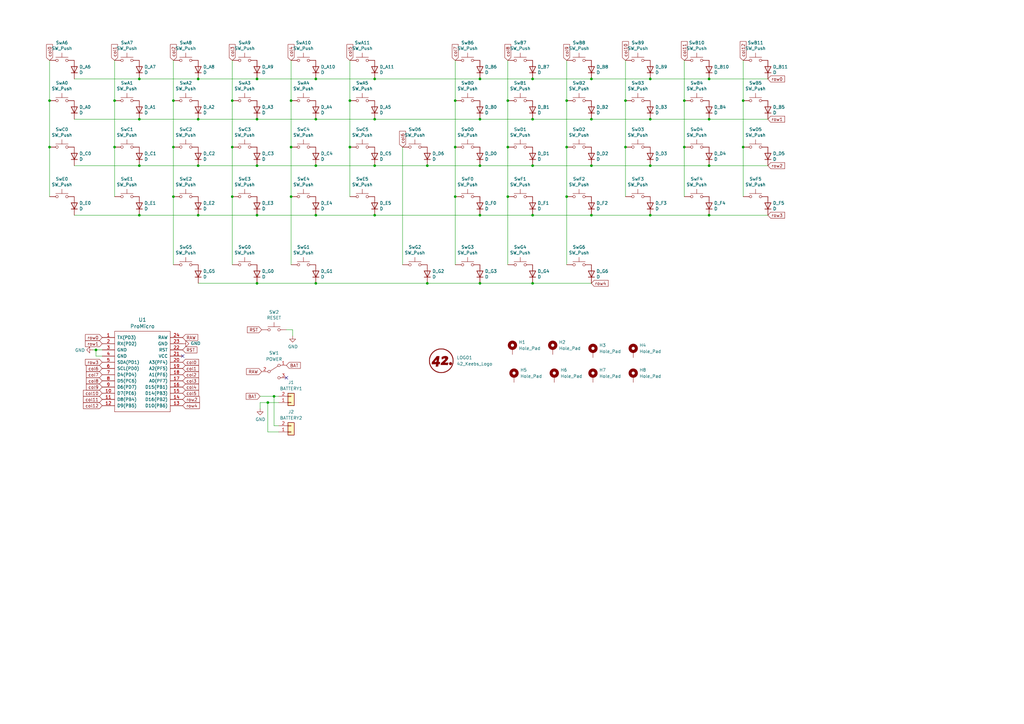
<source format=kicad_sch>
(kicad_sch (version 20211123) (generator eeschema)
  (paper "A3")
  (title_block (title "rev41lp") (date "2021-04-01") (rev "0.2") (company "B_sides"))
  (lib_symbols
    (symbol "42keebs:42_Keebs_Logo" (pin_names (offset 1.016))
      (property "Reference" "LOGO?" (at 0 6.604 0))
      (property "Value" "42_Keebs_Logo" (at 0 -6.858 0))
    )
    (symbol "Connector_Generic:Conn_01x02" (pin_names (offset 1.016) hide)
      (property "Reference" "J" (at 0 2.54 0))
      (property "Value" "Conn_01x02" (at 0 -5.08 0))
      (symbol "Conn_01x02_1_1"
        (pin passive line (at -5.08 0 0) (length 3.81) (name "Pin_1") (number "1"))
        (pin passive line (at -5.08 -2.54 0) (length 3.81) (name "Pin_2") (number "2"))
      )
    )
    (symbol "Device:D" (pin_numbers hide) (pin_names (offset 1.016) hide)
      (property "Reference" "D" (at 0 2.54 0))
      (property "Value" "D" (at 0 -2.54 0))
      (symbol "D_1_1"
        (pin passive line (at -3.81 0 0) (length 2.54) (name "K") (number "1"))
        (pin passive line (at 3.81 0 180) (length 2.54) (name "A") (number "2"))
      )
    )
    (symbol "Lily58_Pro-rescue:ProMicro_2-Lily58-cache" (pin_names (offset 1.016))
      (property "Reference" "U" (at 0 17.78 0))
      (property "Value" "ProMicro_2-Lily58-cache" (at 0 -17.78 0))
      (symbol "ProMicro_2-Lily58-cache_1_1"
        (pin input line (at -16.51 13.97 0) (length 5.08) (name "TX(PD3)") (number "1"))
        (pin input line (at -16.51 -8.89 0) (length 5.08) (name "D7(PE6)") (number "10"))
        (pin input line (at -16.51 -11.43 0) (length 5.08) (name "D8(PB4)") (number "11"))
        (pin input line (at -16.51 -13.97 0) (length 5.08) (name "D9(PB5)") (number "12"))
        (pin input line (at 16.51 -13.97 180) (length 5.08) (name "D10(PB6)") (number "13"))
        (pin input line (at 16.51 -11.43 180) (length 5.08) (name "D16(PB2)") (number "14"))
        (pin input line (at 16.51 -8.89 180) (length 5.08) (name "D14(PB3)") (number "15"))
        (pin input line (at 16.51 -6.35 180) (length 5.08) (name "D15(PB1)") (number "16"))
        (pin input line (at 16.51 -3.81 180) (length 5.08) (name "A0(PF7)") (number "17"))
        (pin input line (at 16.51 -1.27 180) (length 5.08) (name "A1(PF6)") (number "18"))
        (pin input line (at 16.51 1.27 180) (length 5.08) (name "A2(PF5)") (number "19"))
        (pin input line (at -16.51 11.43 0) (length 5.08) (name "RX(PD2)") (number "2"))
        (pin input line (at 16.51 3.81 180) (length 5.08) (name "A3(PF4)") (number "20"))
        (pin input line (at 16.51 6.35 180) (length 5.08) (name "VCC") (number "21"))
        (pin input line (at 16.51 8.89 180) (length 5.08) (name "RST") (number "22"))
        (pin input line (at 16.51 11.43 180) (length 5.08) (name "GND") (number "23"))
        (pin input line (at 16.51 13.97 180) (length 5.08) (name "RAW") (number "24"))
        (pin input line (at -16.51 8.89 0) (length 5.08) (name "GND") (number "3"))
        (pin input line (at -16.51 6.35 0) (length 5.08) (name "GND") (number "4"))
        (pin input line (at -16.51 3.81 0) (length 5.08) (name "SDA(PD1)") (number "5"))
        (pin input line (at -16.51 1.27 0) (length 5.08) (name "SCL(PD0)") (number "6"))
        (pin input line (at -16.51 -1.27 0) (length 5.08) (name "D4(PD4)") (number "7"))
        (pin input line (at -16.51 -3.81 0) (length 5.08) (name "D5(PC6)") (number "8"))
        (pin input line (at -16.51 -6.35 0) (length 5.08) (name "D6(PD7)") (number "9"))
      )
    )
    (symbol "Switch:SW_Push" (pin_numbers hide) (pin_names (offset 1.016) hide)
      (property "Reference" "SW" (at 1.27 2.54 0))
      (property "Value" "SW_Push" (at 0 -1.524 0))
      (symbol "SW_Push_0_1"
        (pin passive line (at -5.08 0 0) (length 2.54) (name "1") (number "1"))
        (pin passive line (at 5.08 0 180) (length 2.54) (name "2") (number "2"))
      )
    )
    (symbol "Switch:SW_SPDT" (pin_names (offset 0) hide)
      (property "Reference" "SW" (at 0 4.318 0))
      (property "Value" "SW_SPDT" (at 0 -5.08 0))
      (symbol "SW_SPDT_1_1"
        (pin passive line (at 5.08 2.54 180) (length 2.54) (name "A") (number "1"))
        (pin passive line (at -5.08 0 0) (length 2.54) (name "B") (number "2"))
        (pin passive line (at 5.08 -2.54 180) (length 2.54) (name "C") (number "3"))
      )
    )
    (symbol "horizon-components:Hole_Pad" (pin_numbers hide) (pin_names (offset 1.016) hide)
      (property "Reference" "H" (at 0 6.35 0))
      (property "Value" "Hole_Pad" (at 0 4.445 0))
      (symbol "Hole_Pad_1_1"
        (pin input line (at 0 -2.54 90) (length 2.54) (name "1") (number "1"))
      )
    )
    (symbol "power:GND" (power) (pin_names (offset 0))
      (property "Value" "GND" (at 0 -3.81 0))
      (symbol "GND_1_1"
        (pin power_in line (at 0 0 270) (length 0) hide (name "GND") (number "1"))
      )
    )
  )
  (junction (at 153.67 48.895))
  (junction (at 119.38 60.325))
  (junction (at 71.12 41.275))
  (junction (at 46.99 41.275))
  (junction (at 81.28 88.265))
  (junction (at 119.38 80.645))
  (junction (at 304.8 60.325))
  (junction (at 304.8 41.275))
  (junction (at 105.41 67.945))
  (junction (at 290.83 67.945))
  (junction (at 95.25 80.645))
  (junction (at 186.69 60.325))
  (junction (at 196.85 48.895))
  (junction (at 129.54 32.385))
  (junction (at 218.44 116.205))
  (junction (at 81.28 32.385))
  (junction (at 280.67 41.275))
  (junction (at 242.57 88.265))
  (junction (at 266.7 88.265))
  (junction (at 256.54 41.275))
  (junction (at 266.7 32.385))
  (junction (at 290.83 48.895))
  (junction (at 129.54 67.945))
  (junction (at 208.28 80.645))
  (junction (at 129.54 48.895))
  (junction (at 232.41 80.645))
  (junction (at 129.54 116.205))
  (junction (at 196.85 88.265))
  (junction (at 57.15 88.265))
  (junction (at 57.15 48.895))
  (junction (at 105.41 48.895))
  (junction (at 105.41 88.265))
  (junction (at 153.67 32.385))
  (junction (at 186.69 41.275))
  (junction (at 143.51 41.275))
  (junction (at 175.26 67.945))
  (junction (at 208.28 41.275))
  (junction (at 39.37 143.51))
  (junction (at 232.41 41.275))
  (junction (at 256.54 60.325))
  (junction (at 242.57 67.945))
  (junction (at 218.44 32.385))
  (junction (at 208.28 60.325))
  (junction (at 20.32 41.275))
  (junction (at 20.32 60.325))
  (junction (at 196.85 67.945))
  (junction (at 81.28 67.945))
  (junction (at 175.26 116.205))
  (junction (at 186.69 80.645))
  (junction (at 112.395 162.56))
  (junction (at 81.28 48.895))
  (junction (at 196.85 116.205))
  (junction (at 153.67 88.265))
  (junction (at 46.99 60.325))
  (junction (at 57.15 32.385))
  (junction (at 57.15 67.945))
  (junction (at 218.44 88.265))
  (junction (at 153.67 67.945))
  (junction (at 143.51 60.325))
  (junction (at 129.54 88.265))
  (junction (at 232.41 60.325))
  (junction (at 266.7 48.895))
  (junction (at 218.44 48.895))
  (junction (at 266.7 67.945))
  (junction (at 290.83 32.385))
  (junction (at 109.855 165.1))
  (junction (at 290.83 88.265))
  (junction (at 95.25 60.325))
  (junction (at 71.12 80.645))
  (junction (at 196.85 32.385))
  (junction (at 242.57 48.895))
  (junction (at 218.44 67.945))
  (junction (at 242.57 32.385))
  (junction (at 105.41 32.385))
  (junction (at 105.41 116.205))
  (junction (at 119.38 41.275))
  (junction (at 95.25 41.275))
  (junction (at 280.67 60.325))
  (junction (at 71.12 60.325))
  (no_connect (at 74.93 146.05))
  (no_connect (at 117.475 154.94))
  (wire (pts (xy 290.83 48.895) (xy 314.96 48.895)))
  (wire (pts (xy 175.26 67.945) (xy 196.85 67.945)))
  (wire (pts (xy 290.83 88.265) (xy 314.96 88.265)))
  (wire (pts (xy 208.28 60.325) (xy 208.28 80.645)))
  (wire (pts (xy 105.41 48.895) (xy 129.54 48.895)))
  (wire (pts (xy 165.1 60.325) (xy 165.1 108.585)))
  (wire (pts (xy 208.28 24.765) (xy 208.28 41.275)))
  (wire (pts (xy 71.12 60.325) (xy 71.12 80.645)))
  (wire (pts (xy 105.41 88.265) (xy 129.54 88.265)))
  (wire (pts (xy 186.69 60.325) (xy 186.69 80.645)))
  (wire (pts (xy 290.83 67.945) (xy 314.96 67.945)))
  (wire (pts (xy 153.67 48.895) (xy 196.85 48.895)))
  (wire (pts (xy 196.85 67.945) (xy 218.44 67.945)))
  (wire (pts (xy 95.25 24.765) (xy 95.25 41.275)))
  (wire (pts (xy 46.99 60.325) (xy 46.99 80.645)))
  (wire (pts (xy 143.51 41.275) (xy 143.51 60.325)))
  (wire (pts (xy 119.38 60.325) (xy 119.38 80.645)))
  (wire (pts (xy 71.12 80.645) (xy 71.12 108.585)))
  (wire (pts (xy 30.48 88.265) (xy 57.15 88.265)))
  (wire (pts (xy 119.38 80.645) (xy 119.38 108.585)))
  (wire (pts (xy 304.8 24.765) (xy 304.8 41.275)))
  (wire (pts (xy 30.48 32.385) (xy 57.15 32.385)))
  (wire (pts (xy 242.57 48.895) (xy 266.7 48.895)))
  (wire (pts (xy 143.51 60.325) (xy 143.51 80.645)))
  (wire (pts (xy 153.67 67.945) (xy 175.26 67.945)))
  (wire (pts (xy 218.44 116.205) (xy 242.57 116.205)))
  (wire (pts (xy 280.67 41.275) (xy 280.67 60.325)))
  (wire (pts (xy 232.41 24.765) (xy 232.41 41.275)))
  (wire (pts (xy 129.54 48.895) (xy 153.67 48.895)))
  (wire (pts (xy 20.32 24.765) (xy 20.32 41.275)))
  (wire (pts (xy 304.8 41.275) (xy 304.8 60.325)))
  (wire (pts (xy 129.54 116.205) (xy 175.26 116.205)))
  (wire (pts (xy 218.44 88.265) (xy 242.57 88.265)))
  (wire (pts (xy 109.855 177.165) (xy 109.855 165.1)))
  (wire (pts (xy 120.015 135.255) (xy 120.015 137.795)))
  (wire (pts (xy 280.67 60.325) (xy 280.67 80.645)))
  (wire (pts (xy 95.25 80.645) (xy 95.25 108.585)))
  (wire (pts (xy 114.3 174.625) (xy 112.395 174.625)))
  (wire (pts (xy 81.28 88.265) (xy 105.41 88.265)))
  (wire (pts (xy 39.37 146.05) (xy 39.37 143.51)))
  (wire (pts (xy 20.32 60.325) (xy 20.32 80.645)))
  (wire (pts (xy 81.28 67.945) (xy 105.41 67.945)))
  (wire (pts (xy 143.51 24.765) (xy 143.51 41.275)))
  (wire (pts (xy 41.91 146.05) (xy 39.37 146.05)))
  (wire (pts (xy 105.41 32.385) (xy 129.54 32.385)))
  (wire (pts (xy 242.57 88.265) (xy 266.7 88.265)))
  (wire (pts (xy 105.41 116.205) (xy 129.54 116.205)))
  (wire (pts (xy 196.85 32.385) (xy 218.44 32.385)))
  (wire (pts (xy 30.48 67.945) (xy 57.15 67.945)))
  (wire (pts (xy 57.15 67.945) (xy 81.28 67.945)))
  (wire (pts (xy 232.41 41.275) (xy 232.41 60.325)))
  (wire (pts (xy 117.475 135.255) (xy 120.015 135.255)))
  (wire (pts (xy 266.7 32.385) (xy 290.83 32.385)))
  (wire (pts (xy 46.99 24.765) (xy 46.99 41.275)))
  (wire (pts (xy 256.54 60.325) (xy 256.54 80.645)))
  (wire (pts (xy 112.395 174.625) (xy 112.395 162.56)))
  (wire (pts (xy 304.8 60.325) (xy 304.8 80.645)))
  (wire (pts (xy 119.38 41.275) (xy 119.38 60.325)))
  (wire (pts (xy 266.7 67.945) (xy 290.83 67.945)))
  (wire (pts (xy 266.7 88.265) (xy 290.83 88.265)))
  (wire (pts (xy 20.32 41.275) (xy 20.32 60.325)))
  (wire (pts (xy 242.57 67.945) (xy 266.7 67.945)))
  (wire (pts (xy 218.44 32.385) (xy 242.57 32.385)))
  (wire (pts (xy 39.37 143.51) (xy 38.1 143.51)))
  (wire (pts (xy 95.25 41.275) (xy 95.25 60.325)))
  (wire (pts (xy 30.48 48.895) (xy 57.15 48.895)))
  (wire (pts (xy 106.68 167.64) (xy 106.68 165.1)))
  (wire (pts (xy 232.41 80.645) (xy 232.41 108.585)))
  (wire (pts (xy 186.69 41.275) (xy 186.69 60.325)))
  (wire (pts (xy 196.85 88.265) (xy 218.44 88.265)))
  (wire (pts (xy 175.26 116.205) (xy 196.85 116.205)))
  (wire (pts (xy 57.15 88.265) (xy 81.28 88.265)))
  (wire (pts (xy 186.69 24.765) (xy 186.69 41.275)))
  (wire (pts (xy 71.12 24.765) (xy 71.12 41.275)))
  (wire (pts (xy 208.28 80.645) (xy 208.28 108.585)))
  (wire (pts (xy 129.54 67.945) (xy 153.67 67.945)))
  (wire (pts (xy 81.28 32.385) (xy 105.41 32.385)))
  (wire (pts (xy 106.68 165.1) (xy 109.855 165.1)))
  (wire (pts (xy 196.85 116.205) (xy 218.44 116.205)))
  (wire (pts (xy 266.7 48.895) (xy 290.83 48.895)))
  (wire (pts (xy 106.68 162.56) (xy 112.395 162.56)))
  (wire (pts (xy 208.28 41.275) (xy 208.28 60.325)))
  (wire (pts (xy 95.25 60.325) (xy 95.25 80.645)))
  (wire (pts (xy 196.85 48.895) (xy 218.44 48.895)))
  (wire (pts (xy 109.855 165.1) (xy 114.3 165.1)))
  (wire (pts (xy 119.38 24.765) (xy 119.38 41.275)))
  (wire (pts (xy 186.69 80.645) (xy 186.69 108.585)))
  (wire (pts (xy 129.54 88.265) (xy 153.67 88.265)))
  (wire (pts (xy 81.28 48.895) (xy 105.41 48.895)))
  (wire (pts (xy 71.12 41.275) (xy 71.12 60.325)))
  (wire (pts (xy 129.54 32.385) (xy 153.67 32.385)))
  (wire (pts (xy 242.57 32.385) (xy 266.7 32.385)))
  (wire (pts (xy 114.3 177.165) (xy 109.855 177.165)))
  (wire (pts (xy 57.15 32.385) (xy 81.28 32.385)))
  (wire (pts (xy 218.44 67.945) (xy 242.57 67.945)))
  (wire (pts (xy 153.67 32.385) (xy 196.85 32.385)))
  (wire (pts (xy 256.54 24.765) (xy 256.54 41.275)))
  (wire (pts (xy 280.67 24.765) (xy 280.67 41.275)))
  (wire (pts (xy 57.15 48.895) (xy 81.28 48.895)))
  (wire (pts (xy 41.91 143.51) (xy 39.37 143.51)))
  (wire (pts (xy 232.41 60.325) (xy 232.41 80.645)))
  (wire (pts (xy 218.44 48.895) (xy 242.57 48.895)))
  (wire (pts (xy 290.83 32.385) (xy 314.96 32.385)))
  (wire (pts (xy 153.67 88.265) (xy 196.85 88.265)))
  (wire (pts (xy 112.395 162.56) (xy 114.3 162.56)))
  (wire (pts (xy 81.28 116.205) (xy 105.41 116.205)))
  (wire (pts (xy 256.54 41.275) (xy 256.54 60.325)))
  (wire (pts (xy 46.99 41.275) (xy 46.99 60.325)))
  (wire (pts (xy 105.41 67.945) (xy 129.54 67.945)))
  (global_label "col0" (shape input) (at 74.93 148.59 0) (property "Intersheet References" "${INTERSHEET_REFS}" (effects hide)))
  (global_label "col2" (shape input) (at 74.93 153.67 0) (property "Intersheet References" "${INTERSHEET_REFS}" (effects hide)))
  (global_label "row1" (shape input) (at 314.9599 48.895 0) (property "Intersheet References" "${INTERSHEET_REFS}" (effects hide)))
  (global_label "col8" (shape input) (at 41.91 156.21 180) (property "Intersheet References" "${INTERSHEET_REFS}" (effects hide)))
  (global_label "col4" (shape input) (at 74.93 158.75 0) (property "Intersheet References" "${INTERSHEET_REFS}" (effects hide)))
  (global_label "col10" (shape input) (at 256.54 24.765 90) (property "Intersheet References" "${INTERSHEET_REFS}" (effects hide)))
  (global_label "col3" (shape input) (at 74.93 156.21 0) (property "Intersheet References" "${INTERSHEET_REFS}" (effects hide)))
  (global_label "col8" (shape input) (at 208.28 24.765 90) (property "Intersheet References" "${INTERSHEET_REFS}" (effects hide)))
  (global_label "row0" (shape input) (at 41.91 138.43 180) (property "Intersheet References" "${INTERSHEET_REFS}" (effects hide)))
  (global_label "row4" (shape input) (at 74.93 166.37 0) (property "Intersheet References" "${INTERSHEET_REFS}" (effects hide)))
  (global_label "col1" (shape input) (at 46.99 24.765 90) (property "Intersheet References" "${INTERSHEET_REFS}" (effects hide)))
  (global_label "row3" (shape input) (at 314.96 88.265 0) (property "Intersheet References" "${INTERSHEET_REFS}" (effects hide)))
  (global_label "col9" (shape input) (at 232.41 24.765 90) (property "Intersheet References" "${INTERSHEET_REFS}" (effects hide)))
  (global_label "row3" (shape input) (at 41.91 148.59 180) (property "Intersheet References" "${INTERSHEET_REFS}" (effects hide)))
  (global_label "row2" (shape input) (at 74.93 163.83 0) (property "Intersheet References" "${INTERSHEET_REFS}" (effects hide)))
  (global_label "row1" (shape input) (at 41.91 140.97 180) (property "Intersheet References" "${INTERSHEET_REFS}" (effects hide)))
  (global_label "col4" (shape input) (at 119.38 24.765 90) (property "Intersheet References" "${INTERSHEET_REFS}" (effects hide)))
  (global_label "row2" (shape input) (at 314.96 67.945 0) (property "Intersheet References" "${INTERSHEET_REFS}" (effects hide)))
  (global_label "RAW" (shape input) (at 74.93 138.43 0) (property "Intersheet References" "${INTERSHEET_REFS}" (effects hide)))
  (global_label "col11" (shape input) (at 41.91 163.83 180) (property "Intersheet References" "${INTERSHEET_REFS}" (effects hide)))
  (global_label "col6" (shape input) (at 165.1 60.325 90) (property "Intersheet References" "${INTERSHEET_REFS}" (effects hide)))
  (global_label "col0" (shape input) (at 20.32 24.765 90) (property "Intersheet References" "${INTERSHEET_REFS}" (effects hide)))
  (global_label "BAT" (shape input) (at 117.475 149.86 0) (property "Intersheet References" "${INTERSHEET_REFS}" (effects hide)))
  (global_label "col12" (shape input) (at 304.8 24.765 90) (property "Intersheet References" "${INTERSHEET_REFS}" (effects hide)))
  (global_label "RST" (shape input) (at 74.93 143.51 0) (property "Intersheet References" "${INTERSHEET_REFS}" (effects hide)))
  (global_label "col6" (shape input) (at 41.91 151.13 180) (property "Intersheet References" "${INTERSHEET_REFS}" (effects hide)))
  (global_label "col2" (shape input) (at 71.12 24.765 90) (property "Intersheet References" "${INTERSHEET_REFS}" (effects hide)))
  (global_label "col9" (shape input) (at 41.91 158.75 180) (property "Intersheet References" "${INTERSHEET_REFS}" (effects hide)))
  (global_label "col5" (shape input) (at 74.93 161.29 0) (property "Intersheet References" "${INTERSHEET_REFS}" (effects hide)))
  (global_label "col7" (shape input) (at 186.69 24.765 90) (property "Intersheet References" "${INTERSHEET_REFS}" (effects hide)))
  (global_label "col12" (shape input) (at 41.91 166.37 180) (property "Intersheet References" "${INTERSHEET_REFS}" (effects hide)))
  (global_label "col10" (shape input) (at 41.91 161.29 180) (property "Intersheet References" "${INTERSHEET_REFS}" (effects hide)))
  (global_label "row4" (shape input) (at 242.57 116.205 0) (property "Intersheet References" "${INTERSHEET_REFS}" (effects hide)))
  (global_label "RST" (shape input) (at 107.315 135.255 180) (property "Intersheet References" "${INTERSHEET_REFS}" (effects hide)))
  (global_label "col7" (shape input) (at 41.91 153.67 180) (property "Intersheet References" "${INTERSHEET_REFS}" (effects hide)))
  (global_label "col5" (shape input) (at 143.51 24.765 90) (property "Intersheet References" "${INTERSHEET_REFS}" (effects hide)))
  (global_label "col11" (shape input) (at 280.67 24.765 90) (property "Intersheet References" "${INTERSHEET_REFS}" (effects hide)))
  (global_label "row0" (shape input) (at 314.96 32.385 0) (property "Intersheet References" "${INTERSHEET_REFS}" (effects hide)))
  (global_label "RAW" (shape input) (at 107.315 152.4 180) (property "Intersheet References" "${INTERSHEET_REFS}" (effects hide)))
  (global_label "col1" (shape input) (at 74.93 151.13 0) (property "Intersheet References" "${INTERSHEET_REFS}" (effects hide)))
  (global_label "BAT" (shape input) (at 106.68 162.56 180) (property "Intersheet References" "${INTERSHEET_REFS}" (effects hide)))
  (global_label "col3" (shape input) (at 95.25 24.765 90) (property "Intersheet References" "${INTERSHEET_REFS}" (effects hide)))
  (symbol (lib_id "Lily58_Pro-rescue:ProMicro_2-Lily58-cache") (at 58.42 152.4 0) (unit 1)
    (property "Reference" "U1" (at 58.42 131.1402 0) (effects (font (size 1.524 1.524))))
    (property "Value" "ProMicro" (at 58.42 133.8326 0) (effects (font (size 1.524 1.524))))
    (property "Footprint" "42keebs:ProMicro-USB-C" (effects hide))
  )
  (symbol (lib_id "power:GND") (at 74.93 140.97 90) (unit 1)
    (property "Reference" "#PWR0102" (effects hide))
    (property "Value" "GND" (at 78.1812 140.843 90) (effects (justify right)))
  )
  (symbol (lib_id "power:GND") (at 38.1 143.51 270) (unit 1)
    (property "Reference" "#PWR0103" (effects hide))
    (property "Value" "GND" (at 34.8488 143.637 90) (effects (justify right)))
  )
  (symbol (lib_id "Switch:SW_Push") (at 25.4 41.275 0) (unit 1)
    (property "Reference" "SwA0" (at 25.4 34.036 0))
    (property "Value" "SW_Push" (at 25.4 36.3474 0))
    (property "Footprint" "42keebs:Kailh_socket_PG1350" (effects hide))
  )
  (symbol (lib_id "Device:D") (at 30.48 45.085 90) (unit 1)
    (property "Reference" "D_A0" (at 32.512 43.9166 90) (effects (justify right)))
    (property "Value" "D" (at 32.512 46.228 90) (effects (justify right)))
    (property "Footprint" "42keebs:Diode_SOD123_dual_sided" (effects hide))
  )
  (symbol (lib_id "power:GND") (at 120.015 137.795 0) (unit 1)
    (property "Reference" "#PWR0104" (effects hide))
    (property "Value" "GND" (at 120.142 142.1892 0))
  )
  (symbol (lib_id "Switch:SW_Push") (at 112.395 135.255 0) (unit 1)
    (property "Reference" "SW2" (at 112.395 128.016 0))
    (property "Value" "RESET" (at 112.395 130.3274 0))
    (property "Footprint" "Button_Switch_SMD:SW_SPST_TL3342" (effects hide))
  )
  (symbol (lib_id "Device:D") (at 196.85 45.085 90) (unit 1)
    (property "Reference" "D_B0" (at 198.882 43.9166 90) (effects (justify right)))
    (property "Value" "D" (at 198.882 46.228 90) (effects (justify right)))
    (property "Footprint" "42keebs:Diode_SOD123_dual_sided" (effects hide))
  )
  (symbol (lib_id "Switch:SW_Push") (at 191.77 41.275 0) (unit 1)
    (property "Reference" "SwB0" (at 191.77 34.036 0))
    (property "Value" "SW_Push" (at 191.77 36.3474 0))
    (property "Footprint" "42keebs:Kailh_socket_PG1350" (effects hide))
  )
  (symbol (lib_id "Device:D") (at 57.15 45.085 90) (unit 1)
    (property "Reference" "D_A1" (at 59.182 43.9166 90) (effects (justify right)))
    (property "Value" "D" (at 59.182 46.228 90) (effects (justify right)))
    (property "Footprint" "42keebs:Diode_SOD123_dual_sided" (effects hide))
  )
  (symbol (lib_id "Switch:SW_Push") (at 52.07 41.275 0) (unit 1)
    (property "Reference" "SwA1" (at 52.07 34.036 0))
    (property "Value" "SW_Push" (at 52.07 36.3474 0))
    (property "Footprint" "42keebs:Kailh_socket_PG1350" (effects hide))
  )
  (symbol (lib_id "Device:D") (at 218.44 45.085 90) (unit 1)
    (property "Reference" "D_B1" (at 220.472 43.9166 90) (effects (justify right)))
    (property "Value" "D" (at 220.472 46.228 90) (effects (justify right)))
    (property "Footprint" "42keebs:Diode_SOD123_dual_sided" (effects hide))
  )
  (symbol (lib_id "Switch:SW_Push") (at 213.36 41.275 0) (unit 1)
    (property "Reference" "SwB1" (at 213.36 34.036 0))
    (property "Value" "SW_Push" (at 213.36 36.3474 0))
    (property "Footprint" "42keebs:Kailh_socket_PG1350" (effects hide))
  )
  (symbol (lib_id "Device:D") (at 30.48 64.135 90) (unit 1)
    (property "Reference" "D_C0" (at 32.512 62.9666 90) (effects (justify right)))
    (property "Value" "D" (at 32.512 65.278 90) (effects (justify right)))
    (property "Footprint" "42keebs:Diode_SOD123_dual_sided" (effects hide))
  )
  (symbol (lib_id "Switch:SW_Push") (at 25.4 60.325 0) (unit 1)
    (property "Reference" "SwC0" (at 25.4 53.086 0))
    (property "Value" "SW_Push" (at 25.4 55.3974 0))
    (property "Footprint" "42keebs:Kailh_socket_PG1350" (effects hide))
  )
  (symbol (lib_id "Device:D") (at 196.85 64.135 90) (unit 1)
    (property "Reference" "D_D0" (at 198.882 62.9666 90) (effects (justify right)))
    (property "Value" "D" (at 198.882 65.278 90) (effects (justify right)))
    (property "Footprint" "42keebs:Diode_SOD123_dual_sided" (effects hide))
  )
  (symbol (lib_id "Switch:SW_Push") (at 191.77 60.325 0) (unit 1)
    (property "Reference" "SwD0" (at 191.77 53.086 0))
    (property "Value" "SW_Push" (at 191.77 55.3974 0))
    (property "Footprint" "42keebs:Kailh_socket_PG1350" (effects hide))
  )
  (symbol (lib_id "Device:D") (at 57.15 64.135 90) (unit 1)
    (property "Reference" "D_C1" (at 59.182 62.9666 90) (effects (justify right)))
    (property "Value" "D" (at 59.182 65.278 90) (effects (justify right)))
    (property "Footprint" "42keebs:Diode_SOD123_dual_sided" (effects hide))
  )
  (symbol (lib_id "Switch:SW_Push") (at 52.07 60.325 0) (unit 1)
    (property "Reference" "SwC1" (at 52.07 53.086 0))
    (property "Value" "SW_Push" (at 52.07 55.3974 0))
    (property "Footprint" "42keebs:Kailh_socket_PG1350" (effects hide))
  )
  (symbol (lib_id "Device:D") (at 218.44 64.135 90) (unit 1)
    (property "Reference" "D_D1" (at 220.472 62.9666 90) (effects (justify right)))
    (property "Value" "D" (at 220.472 65.278 90) (effects (justify right)))
    (property "Footprint" "42keebs:Diode_SOD123_dual_sided" (effects hide))
  )
  (symbol (lib_id "Switch:SW_Push") (at 213.36 60.325 0) (unit 1)
    (property "Reference" "SwD1" (at 213.36 53.086 0))
    (property "Value" "SW_Push" (at 213.36 55.3974 0))
    (property "Footprint" "42keebs:Kailh_socket_PG1350" (effects hide))
  )
  (symbol (lib_id "Device:D") (at 30.48 84.455 90) (unit 1)
    (property "Reference" "D_E0" (at 32.512 83.2866 90) (effects (justify right)))
    (property "Value" "D" (at 32.512 85.598 90) (effects (justify right)))
    (property "Footprint" "42keebs:Diode_SOD123_dual_sided" (effects hide))
  )
  (symbol (lib_id "Switch:SW_Push") (at 25.4 80.645 0) (unit 1)
    (property "Reference" "SwE0" (at 25.4 73.406 0))
    (property "Value" "SW_Push" (at 25.4 75.7174 0))
    (property "Footprint" "42keebs:Kailh_socket_PG1350" (effects hide))
  )
  (symbol (lib_id "Device:D") (at 196.85 84.455 90) (unit 1)
    (property "Reference" "D_F0" (at 198.882 83.2866 90) (effects (justify right)))
    (property "Value" "D" (at 198.882 85.598 90) (effects (justify right)))
    (property "Footprint" "42keebs:Diode_SOD123_dual_sided" (effects hide))
  )
  (symbol (lib_id "Switch:SW_Push") (at 191.77 80.645 0) (unit 1)
    (property "Reference" "SwF0" (at 191.77 73.406 0))
    (property "Value" "SW_Push" (at 191.77 75.7174 0))
    (property "Footprint" "42keebs:Kailh_socket_PG1350" (effects hide))
  )
  (symbol (lib_id "Device:D") (at 57.15 84.455 90) (unit 1)
    (property "Reference" "D_E1" (at 59.182 83.2866 90) (effects (justify right)))
    (property "Value" "D" (at 59.182 85.598 90) (effects (justify right)))
    (property "Footprint" "42keebs:Diode_SOD123_dual_sided" (effects hide))
  )
  (symbol (lib_id "Switch:SW_Push") (at 52.07 80.645 0) (unit 1)
    (property "Reference" "SwE1" (at 52.07 73.406 0))
    (property "Value" "SW_Push" (at 52.07 75.7174 0))
    (property "Footprint" "42keebs:Kailh_socket_PG1350" (effects hide))
  )
  (symbol (lib_id "Device:D") (at 218.44 84.455 90) (unit 1)
    (property "Reference" "D_F1" (at 220.472 83.2866 90) (effects (justify right)))
    (property "Value" "D" (at 220.472 85.598 90) (effects (justify right)))
    (property "Footprint" "42keebs:Diode_SOD123_dual_sided" (effects hide))
  )
  (symbol (lib_id "Switch:SW_Push") (at 213.36 80.645 0) (unit 1)
    (property "Reference" "SwF1" (at 213.36 73.406 0))
    (property "Value" "SW_Push" (at 213.36 75.7174 0))
    (property "Footprint" "42keebs:Kailh_socket_PG1350" (effects hide))
  )
  (symbol (lib_id "Device:D") (at 196.85 112.395 90) (unit 1)
    (property "Reference" "D_G3" (at 198.882 111.2266 90) (effects (justify right)))
    (property "Value" "D" (at 198.882 113.538 90) (effects (justify right)))
    (property "Footprint" "42keebs:Diode_SOD123_dual_sided" (effects hide))
  )
  (symbol (lib_id "Switch:SW_Push") (at 191.77 108.585 0) (unit 1)
    (property "Reference" "SwG3" (at 191.77 101.346 0))
    (property "Value" "SW_Push" (at 191.77 103.6574 0))
    (property "Footprint" "42keebs:Kailh_socket_PG1350" (effects hide))
  )
  (symbol (lib_id "Device:D") (at 218.44 112.395 90) (unit 1)
    (property "Reference" "D_G4" (at 220.472 111.2266 90) (effects (justify right)))
    (property "Value" "D" (at 220.472 113.538 90) (effects (justify right)))
    (property "Footprint" "42keebs:Diode_SOD123_dual_sided" (effects hide))
  )
  (symbol (lib_id "Switch:SW_Push") (at 213.36 108.585 0) (unit 1)
    (property "Reference" "SwG4" (at 213.36 101.346 0))
    (property "Value" "SW_Push" (at 213.36 103.6574 0))
    (property "Footprint" "42keebs:Kailh_socket_PG1350" (effects hide))
  )
  (symbol (lib_id "Device:D") (at 81.28 45.085 90) (unit 1)
    (property "Reference" "D_A2" (at 83.312 43.9166 90) (effects (justify right)))
    (property "Value" "D" (at 83.312 46.228 90) (effects (justify right)))
    (property "Footprint" "42keebs:Diode_SOD123_dual_sided" (effects hide))
  )
  (symbol (lib_id "Switch:SW_Push") (at 76.2 41.275 0) (unit 1)
    (property "Reference" "SwA2" (at 76.2 34.036 0))
    (property "Value" "SW_Push" (at 76.2 36.3474 0))
    (property "Footprint" "42keebs:Kailh_socket_PG1350" (effects hide))
  )
  (symbol (lib_id "Device:D") (at 242.57 45.085 90) (unit 1)
    (property "Reference" "D_B2" (at 244.602 43.9166 90) (effects (justify right)))
    (property "Value" "D" (at 244.602 46.228 90) (effects (justify right)))
    (property "Footprint" "42keebs:Diode_SOD123_dual_sided" (effects hide))
  )
  (symbol (lib_id "Switch:SW_Push") (at 237.49 41.275 0) (unit 1)
    (property "Reference" "SwB2" (at 237.49 34.036 0))
    (property "Value" "SW_Push" (at 237.49 36.3474 0))
    (property "Footprint" "42keebs:Kailh_socket_PG1350" (effects hide))
  )
  (symbol (lib_id "Device:D") (at 81.28 64.135 90) (unit 1)
    (property "Reference" "D_C2" (at 83.312 62.9666 90) (effects (justify right)))
    (property "Value" "D" (at 83.312 65.278 90) (effects (justify right)))
    (property "Footprint" "42keebs:Diode_SOD123_dual_sided" (effects hide))
  )
  (symbol (lib_id "Switch:SW_Push") (at 76.2 60.325 0) (unit 1)
    (property "Reference" "SwC2" (at 76.2 53.086 0))
    (property "Value" "SW_Push" (at 76.2 55.3974 0))
    (property "Footprint" "42keebs:Kailh_socket_PG1350" (effects hide))
  )
  (symbol (lib_id "Device:D") (at 242.57 64.135 90) (unit 1)
    (property "Reference" "D_D2" (at 244.602 62.9666 90) (effects (justify right)))
    (property "Value" "D" (at 244.602 65.278 90) (effects (justify right)))
    (property "Footprint" "42keebs:Diode_SOD123_dual_sided" (effects hide))
  )
  (symbol (lib_id "Switch:SW_Push") (at 237.49 60.325 0) (unit 1)
    (property "Reference" "SwD2" (at 237.49 53.086 0))
    (property "Value" "SW_Push" (at 237.49 55.3974 0))
    (property "Footprint" "42keebs:Kailh_socket_PG1350" (effects hide))
  )
  (symbol (lib_id "Device:D") (at 81.28 84.455 90) (unit 1)
    (property "Reference" "D_E2" (at 83.312 83.2866 90) (effects (justify right)))
    (property "Value" "D" (at 83.312 85.598 90) (effects (justify right)))
    (property "Footprint" "42keebs:Diode_SOD123_dual_sided" (effects hide))
  )
  (symbol (lib_id "Switch:SW_Push") (at 76.2 80.645 0) (unit 1)
    (property "Reference" "SwE2" (at 76.2 73.406 0))
    (property "Value" "SW_Push" (at 76.2 75.7174 0))
    (property "Footprint" "42keebs:Kailh_socket_PG1350" (effects hide))
  )
  (symbol (lib_id "Device:D") (at 242.57 84.455 90) (unit 1)
    (property "Reference" "D_F2" (at 244.602 83.2866 90) (effects (justify right)))
    (property "Value" "D" (at 244.602 85.598 90) (effects (justify right)))
    (property "Footprint" "42keebs:Diode_SOD123_dual_sided" (effects hide))
  )
  (symbol (lib_id "Switch:SW_Push") (at 237.49 80.645 0) (unit 1)
    (property "Reference" "SwF2" (at 237.49 73.406 0))
    (property "Value" "SW_Push" (at 237.49 75.7174 0))
    (property "Footprint" "42keebs:Kailh_socket_PG1350" (effects hide))
  )
  (symbol (lib_id "Device:D") (at 105.41 45.085 90) (unit 1)
    (property "Reference" "D_A3" (at 107.442 43.9166 90) (effects (justify right)))
    (property "Value" "D" (at 107.442 46.228 90) (effects (justify right)))
    (property "Footprint" "42keebs:Diode_SOD123_dual_sided" (effects hide))
  )
  (symbol (lib_id "Switch:SW_Push") (at 100.33 41.275 0) (unit 1)
    (property "Reference" "SwA3" (at 100.33 34.036 0))
    (property "Value" "SW_Push" (at 100.33 36.3474 0))
    (property "Footprint" "42keebs:Kailh_socket_PG1350" (effects hide))
  )
  (symbol (lib_id "Device:D") (at 266.7 45.085 90) (unit 1)
    (property "Reference" "D_B3" (at 268.732 43.9166 90) (effects (justify right)))
    (property "Value" "D" (at 268.732 46.228 90) (effects (justify right)))
    (property "Footprint" "42keebs:Diode_SOD123_dual_sided" (effects hide))
  )
  (symbol (lib_id "Switch:SW_Push") (at 261.62 41.275 0) (unit 1)
    (property "Reference" "SwB3" (at 261.62 34.036 0))
    (property "Value" "SW_Push" (at 261.62 36.3474 0))
    (property "Footprint" "42keebs:Kailh_socket_PG1350" (effects hide))
  )
  (symbol (lib_id "Device:D") (at 105.41 64.135 90) (unit 1)
    (property "Reference" "D_C3" (at 107.442 62.9666 90) (effects (justify right)))
    (property "Value" "D" (at 107.442 65.278 90) (effects (justify right)))
    (property "Footprint" "42keebs:Diode_SOD123_dual_sided" (effects hide))
  )
  (symbol (lib_id "Switch:SW_Push") (at 100.33 60.325 0) (unit 1)
    (property "Reference" "SwC3" (at 100.33 53.086 0))
    (property "Value" "SW_Push" (at 100.33 55.3974 0))
    (property "Footprint" "42keebs:Kailh_socket_PG1350" (effects hide))
  )
  (symbol (lib_id "Device:D") (at 266.7 64.135 90) (unit 1)
    (property "Reference" "D_D3" (at 268.732 62.9666 90) (effects (justify right)))
    (property "Value" "D" (at 268.732 65.278 90) (effects (justify right)))
    (property "Footprint" "42keebs:Diode_SOD123_dual_sided" (effects hide))
  )
  (symbol (lib_id "Switch:SW_Push") (at 261.62 60.325 0) (unit 1)
    (property "Reference" "SwD3" (at 261.62 53.086 0))
    (property "Value" "SW_Push" (at 261.62 55.3974 0))
    (property "Footprint" "42keebs:Kailh_socket_PG1350" (effects hide))
  )
  (symbol (lib_id "Device:D") (at 105.41 84.455 90) (unit 1)
    (property "Reference" "D_E3" (at 107.442 83.2866 90) (effects (justify right)))
    (property "Value" "D" (at 107.442 85.598 90) (effects (justify right)))
    (property "Footprint" "42keebs:Diode_SOD123_dual_sided" (effects hide))
  )
  (symbol (lib_id "Switch:SW_Push") (at 100.33 80.645 0) (unit 1)
    (property "Reference" "SwE3" (at 100.33 73.406 0))
    (property "Value" "SW_Push" (at 100.33 75.7174 0))
    (property "Footprint" "42keebs:Kailh_socket_PG1350" (effects hide))
  )
  (symbol (lib_id "Device:D") (at 266.7 84.455 90) (unit 1)
    (property "Reference" "D_F3" (at 268.732 83.2866 90) (effects (justify right)))
    (property "Value" "D" (at 268.732 85.598 90) (effects (justify right)))
    (property "Footprint" "42keebs:Diode_SOD123_dual_sided" (effects hide))
  )
  (symbol (lib_id "Switch:SW_Push") (at 261.62 80.645 0) (unit 1)
    (property "Reference" "SwF3" (at 261.62 73.406 0))
    (property "Value" "SW_Push" (at 261.62 75.7174 0))
    (property "Footprint" "42keebs:Kailh_socket_PG1350" (effects hide))
  )
  (symbol (lib_id "Device:D") (at 129.54 45.085 90) (unit 1)
    (property "Reference" "D_A4" (at 131.572 43.9166 90) (effects (justify right)))
    (property "Value" "D" (at 131.572 46.228 90) (effects (justify right)))
    (property "Footprint" "42keebs:Diode_SOD123_dual_sided" (effects hide))
  )
  (symbol (lib_id "Switch:SW_Push") (at 124.46 41.275 0) (unit 1)
    (property "Reference" "SwA4" (at 124.46 34.036 0))
    (property "Value" "SW_Push" (at 124.46 36.3474 0))
    (property "Footprint" "42keebs:Kailh_socket_PG1350" (effects hide))
  )
  (symbol (lib_id "Device:D") (at 290.83 45.085 90) (unit 1)
    (property "Reference" "D_B4" (at 292.862 43.9166 90) (effects (justify right)))
    (property "Value" "D" (at 292.862 46.228 90) (effects (justify right)))
    (property "Footprint" "42keebs:Diode_SOD123_dual_sided" (effects hide))
  )
  (symbol (lib_id "Switch:SW_Push") (at 285.75 41.275 0) (unit 1)
    (property "Reference" "SwB4" (at 285.75 34.036 0))
    (property "Value" "SW_Push" (at 285.75 36.3474 0))
    (property "Footprint" "42keebs:Kailh_socket_PG1350" (effects hide))
  )
  (symbol (lib_id "Device:D") (at 129.54 64.135 90) (unit 1)
    (property "Reference" "D_C4" (at 131.572 62.9666 90) (effects (justify right)))
    (property "Value" "D" (at 131.572 65.278 90) (effects (justify right)))
    (property "Footprint" "42keebs:Diode_SOD123_dual_sided" (effects hide))
  )
  (symbol (lib_id "Switch:SW_Push") (at 124.46 60.325 0) (unit 1)
    (property "Reference" "SwC4" (at 124.46 53.086 0))
    (property "Value" "SW_Push" (at 124.46 55.3974 0))
    (property "Footprint" "42keebs:Kailh_socket_PG1350" (effects hide))
  )
  (symbol (lib_id "Device:D") (at 290.83 64.135 90) (unit 1)
    (property "Reference" "D_D4" (at 292.862 62.9666 90) (effects (justify right)))
    (property "Value" "D" (at 292.862 65.278 90) (effects (justify right)))
    (property "Footprint" "42keebs:Diode_SOD123_dual_sided" (effects hide))
  )
  (symbol (lib_id "Switch:SW_Push") (at 285.75 60.325 0) (unit 1)
    (property "Reference" "SwD4" (at 285.75 53.086 0))
    (property "Value" "SW_Push" (at 285.75 55.3974 0))
    (property "Footprint" "42keebs:Kailh_socket_PG1350" (effects hide))
  )
  (symbol (lib_id "Device:D") (at 129.54 84.455 90) (unit 1)
    (property "Reference" "D_E4" (at 131.572 83.2866 90) (effects (justify right)))
    (property "Value" "D" (at 131.572 85.598 90) (effects (justify right)))
    (property "Footprint" "42keebs:Diode_SOD123_dual_sided" (effects hide))
  )
  (symbol (lib_id "Switch:SW_Push") (at 124.46 80.645 0) (unit 1)
    (property "Reference" "SwE4" (at 124.46 73.406 0))
    (property "Value" "SW_Push" (at 124.46 75.7174 0))
    (property "Footprint" "42keebs:Kailh_socket_PG1350" (effects hide))
  )
  (symbol (lib_id "Device:D") (at 290.83 84.455 90) (unit 1)
    (property "Reference" "D_F4" (at 292.862 83.2866 90) (effects (justify right)))
    (property "Value" "D" (at 292.862 85.598 90) (effects (justify right)))
    (property "Footprint" "42keebs:Diode_SOD123_dual_sided" (effects hide))
  )
  (symbol (lib_id "Switch:SW_Push") (at 285.75 80.645 0) (unit 1)
    (property "Reference" "SwF4" (at 285.75 73.406 0))
    (property "Value" "SW_Push" (at 285.75 75.7174 0))
    (property "Footprint" "42keebs:Kailh_socket_PG1350" (effects hide))
  )
  (symbol (lib_id "Device:D") (at 153.67 45.085 90) (unit 1)
    (property "Reference" "D_A5" (at 155.702 43.9166 90) (effects (justify right)))
    (property "Value" "D" (at 155.702 46.228 90) (effects (justify right)))
    (property "Footprint" "42keebs:Diode_SOD123_dual_sided" (effects hide))
  )
  (symbol (lib_id "Switch:SW_Push") (at 148.59 41.275 0) (unit 1)
    (property "Reference" "SwA5" (at 148.59 34.036 0))
    (property "Value" "SW_Push" (at 148.59 36.3474 0))
    (property "Footprint" "42keebs:Kailh_socket_PG1350" (effects hide))
  )
  (symbol (lib_id "Device:D") (at 314.96 45.085 90) (unit 1)
    (property "Reference" "D_B5" (at 316.992 43.9166 90) (effects (justify right)))
    (property "Value" "D" (at 316.992 46.228 90) (effects (justify right)))
    (property "Footprint" "42keebs:Diode_SOD123_dual_sided" (effects hide))
  )
  (symbol (lib_id "Switch:SW_Push") (at 309.88 41.275 0) (unit 1)
    (property "Reference" "SwB5" (at 309.88 34.036 0))
    (property "Value" "SW_Push" (at 309.88 36.3474 0))
    (property "Footprint" "42keebs:Kailh_socket_PG1350" (effects hide))
  )
  (symbol (lib_id "Device:D") (at 153.67 64.135 90) (unit 1)
    (property "Reference" "D_C5" (at 155.702 62.9666 90) (effects (justify right)))
    (property "Value" "D" (at 155.702 65.278 90) (effects (justify right)))
    (property "Footprint" "42keebs:Diode_SOD123_dual_sided" (effects hide))
  )
  (symbol (lib_id "Switch:SW_Push") (at 148.59 60.325 0) (unit 1)
    (property "Reference" "SwC5" (at 148.59 53.086 0))
    (property "Value" "SW_Push" (at 148.59 55.3974 0))
    (property "Footprint" "42keebs:Kailh_socket_PG1350" (effects hide))
  )
  (symbol (lib_id "Device:D") (at 314.96 64.135 90) (unit 1)
    (property "Reference" "D_D5" (at 316.992 62.9666 90) (effects (justify right)))
    (property "Value" "D" (at 316.992 65.278 90) (effects (justify right)))
    (property "Footprint" "42keebs:Diode_SOD123_dual_sided" (effects hide))
  )
  (symbol (lib_id "Switch:SW_Push") (at 309.88 60.325 0) (unit 1)
    (property "Reference" "SwD5" (at 309.88 53.086 0))
    (property "Value" "SW_Push" (at 309.88 55.3974 0))
    (property "Footprint" "42keebs:Kailh_socket_PG1350" (effects hide))
  )
  (symbol (lib_id "Device:D") (at 153.67 84.455 90) (unit 1)
    (property "Reference" "D_E5" (at 155.702 83.2866 90) (effects (justify right)))
    (property "Value" "D" (at 155.702 85.598 90) (effects (justify right)))
    (property "Footprint" "42keebs:Diode_SOD123_dual_sided" (effects hide))
  )
  (symbol (lib_id "Switch:SW_Push") (at 148.59 80.645 0) (unit 1)
    (property "Reference" "SwE5" (at 148.59 73.406 0))
    (property "Value" "SW_Push" (at 148.59 75.7174 0))
    (property "Footprint" "42keebs:Kailh_socket_PG1350" (effects hide))
  )
  (symbol (lib_id "Device:D") (at 314.96 84.455 90) (unit 1)
    (property "Reference" "D_F5" (at 316.992 83.2866 90) (effects (justify right)))
    (property "Value" "D" (at 316.992 85.598 90) (effects (justify right)))
    (property "Footprint" "42keebs:Diode_SOD123_dual_sided" (effects hide))
  )
  (symbol (lib_id "Switch:SW_Push") (at 309.88 80.645 0) (unit 1)
    (property "Reference" "SwF5" (at 309.88 73.406 0))
    (property "Value" "SW_Push" (at 309.88 75.7174 0))
    (property "Footprint" "42keebs:Kailh_socket_PG1350" (effects hide))
  )
  (symbol (lib_id "Device:D") (at 105.41 112.395 90) (unit 1)
    (property "Reference" "D_G0" (at 107.442 111.2266 90) (effects (justify right)))
    (property "Value" "D" (at 107.442 113.538 90) (effects (justify right)))
    (property "Footprint" "42keebs:Diode_SOD123_dual_sided" (effects hide))
  )
  (symbol (lib_id "Switch:SW_Push") (at 100.33 108.585 0) (unit 1)
    (property "Reference" "SwG0" (at 100.33 101.346 0))
    (property "Value" "SW_Push" (at 100.33 103.6574 0))
    (property "Footprint" "42keebs:Kailh_socket_PG1350" (effects hide))
  )
  (symbol (lib_id "Device:D") (at 129.54 112.395 90) (unit 1)
    (property "Reference" "D_G1" (at 131.572 111.2266 90) (effects (justify right)))
    (property "Value" "D" (at 131.572 113.538 90) (effects (justify right)))
    (property "Footprint" "42keebs:Diode_SOD123_dual_sided" (effects hide))
  )
  (symbol (lib_id "Switch:SW_Push") (at 124.46 108.585 0) (unit 1)
    (property "Reference" "SwG1" (at 124.46 101.346 0))
    (property "Value" "SW_Push" (at 124.46 103.6574 0))
    (property "Footprint" "42keebs:Kailh_socket_PG1350" (effects hide))
  )
  (symbol (lib_id "Device:D") (at 175.26 112.395 90) (unit 1)
    (property "Reference" "D_G2" (at 177.292 111.2266 90) (effects (justify right)))
    (property "Value" "D" (at 177.292 113.538 90) (effects (justify right)))
    (property "Footprint" "42keebs:Diode_SOD123_dual_sided" (effects hide))
  )
  (symbol (lib_id "Switch:SW_Push") (at 170.18 108.585 0) (unit 1)
    (property "Reference" "SwG2" (at 170.18 101.346 0))
    (property "Value" "SW_Push" (at 170.18 103.6574 0))
    (property "Footprint" "keeblib:Kailh-PG1350-2uStabilizer_socket" (effects hide))
  )
  (symbol (lib_id "Switch:SW_Push") (at 148.59 24.765 0) (unit 1)
    (property "Reference" "SwA11" (at 148.59 17.526 0))
    (property "Value" "SW_Push" (at 148.59 19.8374 0))
    (property "Footprint" "42keebs:Kailh_socket_PG1350" (effects hide))
  )
  (symbol (lib_id "horizon-components:Hole_Pad") (at 259.715 154.305 0) (unit 1)
    (property "Reference" "H8" (at 262.255 151.7649 0) (effects (justify left)))
    (property "Value" "Hole_Pad" (at 262.255 154.3049 0) (effects (justify left)))
    (property "Footprint" "MountingHole:MountingHole_2.2mm_M2_Pad_Via" (effects hide))
  )
  (symbol (lib_id "Device:D") (at 314.96 28.575 90) (unit 1)
    (property "Reference" "D_B11" (at 316.992 27.4066 90) (effects (justify right)))
    (property "Value" "D" (at 316.992 29.718 90) (effects (justify right)))
    (property "Footprint" "42keebs:Diode_SOD123_dual_sided" (effects hide))
  )
  (symbol (lib_id "Device:D") (at 105.41 28.575 90) (unit 1)
    (property "Reference" "D_A9" (at 107.442 27.4066 90) (effects (justify right)))
    (property "Value" "D" (at 107.442 29.718 90) (effects (justify right)))
    (property "Footprint" "42keebs:Diode_SOD123_dual_sided" (effects hide))
  )
  (symbol (lib_id "Device:D") (at 57.15 28.575 90) (unit 1)
    (property "Reference" "D_A7" (at 59.182 27.4066 90) (effects (justify right)))
    (property "Value" "D" (at 59.182 29.718 90) (effects (justify right)))
    (property "Footprint" "42keebs:Diode_SOD123_dual_sided" (effects hide))
  )
  (symbol (lib_id "Device:D") (at 81.28 112.395 90) (unit 1)
    (property "Reference" "D_G5" (at 83.312 111.2266 90) (effects (justify right)))
    (property "Value" "D" (at 83.312 113.538 90) (effects (justify right)))
    (property "Footprint" "42keebs:Diode_SOD123_dual_sided" (effects hide))
  )
  (symbol (lib_id "Switch:SW_Push") (at 285.75 24.765 0) (unit 1)
    (property "Reference" "SwB10" (at 285.75 17.526 0))
    (property "Value" "SW_Push" (at 285.75 19.8374 0))
    (property "Footprint" "42keebs:Kailh_socket_PG1350" (effects hide))
  )
  (symbol (lib_id "horizon-components:Hole_Pad") (at 226.695 142.875 0) (unit 1)
    (property "Reference" "H2" (at 229.235 140.3349 0) (effects (justify left)))
    (property "Value" "Hole_Pad" (at 229.235 142.8749 0) (effects (justify left)))
    (property "Footprint" "MountingHole:MountingHole_2.2mm_M2_Pad_Via" (effects hide))
  )
  (symbol (lib_id "Switch:SW_Push") (at 25.4 24.765 0) (unit 1)
    (property "Reference" "SwA6" (at 25.4 17.526 0))
    (property "Value" "SW_Push" (at 25.4 19.8374 0))
    (property "Footprint" "42keebs:Kailh_socket_PG1350" (effects hide))
  )
  (symbol (lib_id "Switch:SW_Push") (at 76.2 24.765 0) (unit 1)
    (property "Reference" "SwA8" (at 76.2 17.526 0))
    (property "Value" "SW_Push" (at 76.2 19.8374 0))
    (property "Footprint" "42keebs:Kailh_socket_PG1350" (effects hide))
  )
  (symbol (lib_id "Device:D") (at 129.54 28.575 90) (unit 1)
    (property "Reference" "D_A10" (at 131.572 27.4066 90) (effects (justify right)))
    (property "Value" "D" (at 131.572 29.718 90) (effects (justify right)))
    (property "Footprint" "42keebs:Diode_SOD123_dual_sided" (effects hide))
  )
  (symbol (lib_id "Device:D") (at 81.28 28.575 90) (unit 1)
    (property "Reference" "D_A8" (at 83.312 27.4066 90) (effects (justify right)))
    (property "Value" "D" (at 83.312 29.718 90) (effects (justify right)))
    (property "Footprint" "42keebs:Diode_SOD123_dual_sided" (effects hide))
  )
  (symbol (lib_id "42keebs:42_Keebs_Logo") (at 180.975 147.955 0) (unit 1)
    (property "Reference" "LOGO1" (at 187.325 146.6954 0) (effects (justify left)))
    (property "Value" "42_Keebs_Logo" (at 187.325 149.2354 0) (effects (justify left)))
    (property "Footprint" "42keebs:42Keebs-icon-10mm-Mask" (effects hide))
  )
  (symbol (lib_id "Switch:SW_Push") (at 213.36 24.765 0) (unit 1)
    (property "Reference" "SwB7" (at 213.36 17.526 0))
    (property "Value" "SW_Push" (at 213.36 19.8374 0))
    (property "Footprint" "42keebs:Kailh_socket_PG1350" (effects hide))
  )
  (symbol (lib_id "Device:D") (at 153.67 28.575 90) (unit 1)
    (property "Reference" "D_A11" (at 155.702 27.4066 90) (effects (justify right)))
    (property "Value" "D" (at 155.702 29.718 90) (effects (justify right)))
    (property "Footprint" "42keebs:Diode_SOD123_dual_sided" (effects hide))
  )
  (symbol (lib_id "Switch:SW_Push") (at 100.33 24.765 0) (unit 1)
    (property "Reference" "SwA9" (at 100.33 17.526 0))
    (property "Value" "SW_Push" (at 100.33 19.8374 0))
    (property "Footprint" "42keebs:Kailh_socket_PG1350" (effects hide))
  )
  (symbol (lib_id "Switch:SW_Push") (at 261.62 24.765 0) (unit 1)
    (property "Reference" "SwB9" (at 261.62 17.526 0))
    (property "Value" "SW_Push" (at 261.62 19.8374 0))
    (property "Footprint" "42keebs:Kailh_socket_PG1350" (effects hide))
  )
  (symbol (lib_id "Switch:SW_Push") (at 170.18 60.325 0) (unit 1)
    (property "Reference" "SwD6" (at 170.18 53.086 0))
    (property "Value" "SW_Push" (at 170.18 55.3974 0))
    (property "Footprint" "42keebs:Kailh_socket_PG1350" (effects hide))
  )
  (symbol (lib_id "Connector_Generic:Conn_01x02") (at 119.38 177.165 0) (mirror x) (unit 1)
    (property "Reference" "J2" (at 119.38 168.91 0))
    (property "Value" "BATTERY2" (at 119.38 171.45 0))
    (property "Footprint" "Connector_JST:JST_PH_S2B-PH-K_1x02_P2.00mm_Horizontal" (effects hide))
  )
  (symbol (lib_id "Switch:SW_Push") (at 76.2 108.585 0) (unit 1)
    (property "Reference" "SwG5" (at 76.2 101.346 0))
    (property "Value" "SW_Push" (at 76.2 103.6574 0))
    (property "Footprint" "42keebs:Kailh_socket_PG1350" (effects hide))
  )
  (symbol (lib_id "horizon-components:Hole_Pad") (at 227.33 154.305 0) (unit 1)
    (property "Reference" "H6" (at 229.87 151.7649 0) (effects (justify left)))
    (property "Value" "Hole_Pad" (at 229.87 154.3049 0) (effects (justify left)))
    (property "Footprint" "MountingHole:MountingHole_2.2mm_M2_Pad_Via" (effects hide))
  )
  (symbol (lib_id "Device:D") (at 196.85 28.575 90) (unit 1)
    (property "Reference" "D_B6" (at 198.882 27.4066 90) (effects (justify right)))
    (property "Value" "D" (at 198.882 29.718 90) (effects (justify right)))
    (property "Footprint" "42keebs:Diode_SOD123_dual_sided" (effects hide))
  )
  (symbol (lib_id "Switch:SW_Push") (at 237.49 24.765 0) (unit 1)
    (property "Reference" "SwB8" (at 237.49 17.526 0))
    (property "Value" "SW_Push" (at 237.49 19.8374 0))
    (property "Footprint" "42keebs:Kailh_socket_PG1350" (effects hide))
  )
  (symbol (lib_id "Switch:SW_SPDT") (at 112.395 152.4 0) (unit 1)
    (property "Reference" "SW1" (at 112.395 144.78 0))
    (property "Value" "POWER" (at 112.395 147.32 0))
    (property "Footprint" "Button_Switch_THT:SW_CuK_JS202011AQN_DPDT_Angled" (effects hide))
  )
  (symbol (lib_id "horizon-components:Hole_Pad") (at 259.715 144.145 0) (unit 1)
    (property "Reference" "H4" (at 262.255 141.6049 0) (effects (justify left)))
    (property "Value" "Hole_Pad" (at 262.255 144.1449 0) (effects (justify left)))
    (property "Footprint" "MountingHole:MountingHole_2.2mm_M2_Pad_Via" (effects hide))
  )
  (symbol (lib_id "horizon-components:Hole_Pad") (at 243.205 144.145 0) (unit 1)
    (property "Reference" "H3" (at 245.745 141.6049 0) (effects (justify left)))
    (property "Value" "Hole_Pad" (at 245.745 144.1449 0) (effects (justify left)))
    (property "Footprint" "MountingHole:MountingHole_2.2mm_M2_Pad_Via" (effects hide))
  )
  (symbol (lib_id "Device:D") (at 175.26 64.135 90) (unit 1)
    (property "Reference" "D_D6" (at 177.292 62.9666 90) (effects (justify right)))
    (property "Value" "D" (at 177.292 65.278 90) (effects (justify right)))
    (property "Footprint" "42keebs:Diode_SOD123_dual_sided" (effects hide))
  )
  (symbol (lib_id "Device:D") (at 30.48 28.575 90) (unit 1)
    (property "Reference" "D_A6" (at 32.512 27.4066 90) (effects (justify right)))
    (property "Value" "D" (at 32.512 29.718 90) (effects (justify right)))
    (property "Footprint" "42keebs:Diode_SOD123_dual_sided" (effects hide))
  )
  (symbol (lib_id "horizon-components:Hole_Pad") (at 210.185 142.875 0) (unit 1)
    (property "Reference" "H1" (at 212.725 140.3349 0) (effects (justify left)))
    (property "Value" "Hole_Pad" (at 212.725 142.8749 0) (effects (justify left)))
    (property "Footprint" "MountingHole:MountingHole_2.2mm_M2_Pad_Via" (effects hide))
  )
  (symbol (lib_id "Switch:SW_Push") (at 237.49 108.585 0) (unit 1)
    (property "Reference" "SwG6" (at 237.49 101.346 0))
    (property "Value" "SW_Push" (at 237.49 103.6574 0))
    (property "Footprint" "42keebs:Kailh_socket_PG1350" (effects hide))
  )
  (symbol (lib_id "Device:D") (at 218.44 28.575 90) (unit 1)
    (property "Reference" "D_B7" (at 220.472 27.4066 90) (effects (justify right)))
    (property "Value" "D" (at 220.472 29.718 90) (effects (justify right)))
    (property "Footprint" "42keebs:Diode_SOD123_dual_sided" (effects hide))
  )
  (symbol (lib_id "Switch:SW_Push") (at 52.07 24.765 0) (unit 1)
    (property "Reference" "SwA7" (at 52.07 17.526 0))
    (property "Value" "SW_Push" (at 52.07 19.8374 0))
    (property "Footprint" "42keebs:Kailh_socket_PG1350" (effects hide))
  )
  (symbol (lib_id "power:GND") (at 106.68 167.64 0) (unit 1)
    (property "Reference" "#PWR01" (effects hide))
    (property "Value" "GND" (at 106.807 172.0342 0))
  )
  (symbol (lib_id "Device:D") (at 266.7 28.575 90) (unit 1)
    (property "Reference" "D_B9" (at 268.732 27.4066 90) (effects (justify right)))
    (property "Value" "D" (at 268.732 29.718 90) (effects (justify right)))
    (property "Footprint" "42keebs:Diode_SOD123_dual_sided" (effects hide))
  )
  (symbol (lib_id "horizon-components:Hole_Pad") (at 243.205 154.305 0) (unit 1)
    (property "Reference" "H7" (at 245.745 151.7649 0) (effects (justify left)))
    (property "Value" "Hole_Pad" (at 245.745 154.3049 0) (effects (justify left)))
    (property "Footprint" "MountingHole:MountingHole_2.2mm_M2_Pad_Via" (effects hide))
  )
  (symbol (lib_id "horizon-components:Hole_Pad") (at 210.82 154.305 0) (unit 1)
    (property "Reference" "H5" (at 213.36 151.7649 0) (effects (justify left)))
    (property "Value" "Hole_Pad" (at 213.36 154.3049 0) (effects (justify left)))
    (property "Footprint" "MountingHole:MountingHole_2.2mm_M2_Pad_Via" (effects hide))
  )
  (symbol (lib_id "Switch:SW_Push") (at 309.88 24.765 0) (unit 1)
    (property "Reference" "SwB11" (at 309.88 17.526 0))
    (property "Value" "SW_Push" (at 309.88 19.8374 0))
    (property "Footprint" "42keebs:Kailh_socket_PG1350" (effects hide))
  )
  (symbol (lib_id "Device:D") (at 290.83 28.575 90) (unit 1)
    (property "Reference" "D_B10" (at 292.862 27.4066 90) (effects (justify right)))
    (property "Value" "D" (at 292.862 29.718 90) (effects (justify right)))
    (property "Footprint" "42keebs:Diode_SOD123_dual_sided" (effects hide))
  )
  (symbol (lib_id "Device:D") (at 242.57 112.395 90) (unit 1)
    (property "Reference" "D_G6" (at 244.602 111.2266 90) (effects (justify right)))
    (property "Value" "D" (at 244.602 113.538 90) (effects (justify right)))
    (property "Footprint" "42keebs:Diode_SOD123_dual_sided" (effects hide))
  )
  (symbol (lib_id "Switch:SW_Push") (at 124.46 24.765 0) (unit 1)
    (property "Reference" "SwA10" (at 124.46 17.526 0))
    (property "Value" "SW_Push" (at 124.46 19.8374 0))
    (property "Footprint" "42keebs:Kailh_socket_PG1350" (effects hide))
  )
  (symbol (lib_id "Switch:SW_Push") (at 191.77 24.765 0) (unit 1)
    (property "Reference" "SwB6" (at 191.77 17.526 0))
    (property "Value" "SW_Push" (at 191.77 19.8374 0))
    (property "Footprint" "42keebs:Kailh_socket_PG1350" (effects hide))
  )
  (symbol (lib_id "Connector_Generic:Conn_01x02") (at 119.38 165.1 0) (mirror x) (unit 1)
    (property "Reference" "J1" (at 119.38 156.845 0))
    (property "Value" "BATTERY1" (at 119.38 159.385 0))
    (property "Footprint" "Connector_PinHeader_2.54mm:PinHeader_1x02_P2.54mm_Vertical" (effects hide))
  )
  (symbol (lib_id "Device:D") (at 242.57 28.575 90) (unit 1)
    (property "Reference" "D_B8" (at 244.602 27.4066 90) (effects (justify right)))
    (property "Value" "D" (at 244.602 29.718 90) (effects (justify right)))
    (property "Footprint" "42keebs:Diode_SOD123_dual_sided" (effects hide))
  )
)
</source>
